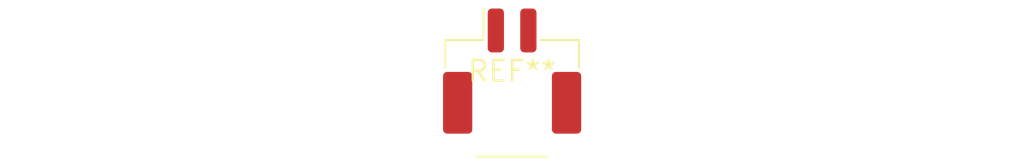
<source format=kicad_pcb>
(kicad_pcb (version 20240108) (generator pcbnew)
  (layers (0 "F.Cu" signal) (31 "B.Cu" signal) (34 "B.Paste" user) (35 "F.Paste" user) (36 "B.SilkS" user "B.Silkscreen") (37 "F.SilkS" user "F.Silkscreen") (38 "B.Mask" user) (39 "F.Mask" user) (44 "Edge.Cuts" user))
  (net 0 "")
  (footprint "Molex_CLIK-Mate_502494-0270_1x02-1MP_P2.00mm_Horizontal" (layer "F.Cu") (at 0 0)
    (property "Reference" "REF**")
    (property "Value" "Molex_CLIK-Mate_502494-0270_1x02-1MP_P2.00mm_Horizontal")
    (fp_line (start -4.11 -1.91) (end -1.76 -1.91) (layer "F.SilkS") (stroke (width 0.12)))
    (fp_line (start -4.11 -0.21) (end -4.11 -1.91) (layer "F.SilkS") (stroke (width 0.12)))
    (fp_line (start -2.19 5.26) (end 2.19 5.26) (layer "F.SilkS") (stroke (width 0.12)))
    (fp_line (start -1.76 -1.91) (end -1.76 -3.85) (layer "F.SilkS") (stroke (width 0.12)))
    (fp_line (start 4.11 -1.91) (end 1.76 -1.91) (layer "F.SilkS") (stroke (width 0.12)))
    (fp_line (start 4.11 -0.21) (end 4.11 -1.91) (layer "F.SilkS") (stroke (width 0.12)))
    (pad "1" smd roundrect (at -1 -2.5) (size 1 2.7) (layers "F.Cu" "F.Paste" "F.Mask"))
    (pad "2" smd roundrect (at 1 -2.5) (size 1 2.7) (layers "F.Cu" "F.Paste" "F.Mask"))
    (pad "MP" smd roundrect (at -3.35 1.95) (size 1.8 3.8) (layers "F.Cu" "F.Paste" "F.Mask") (roundrect_rratio 0.138889))
    (pad "MP" smd roundrect (at 3.35 1.95) (size 1.8 3.8) (layers "F.Cu" "F.Paste" "F.Mask") (roundrect_rratio 0.138889))
  )
)
</source>
